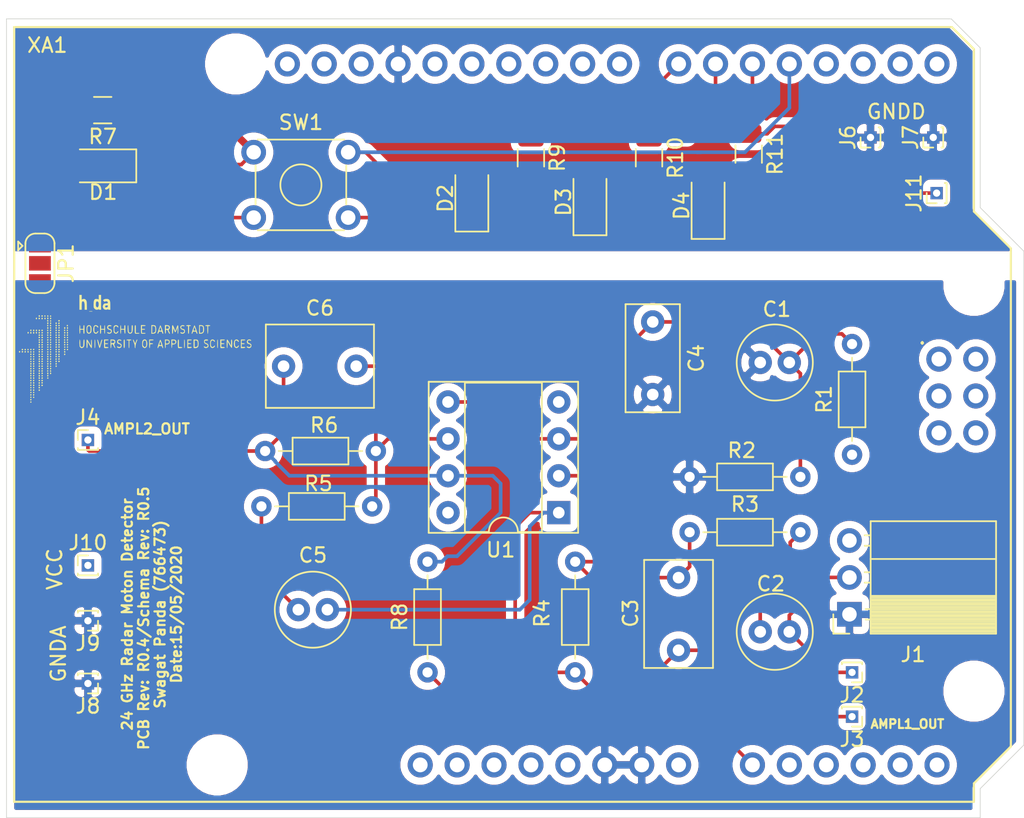
<source format=kicad_pcb>
(kicad_pcb (version 20171130) (host pcbnew "(5.1.5)-3")
  (title_block (title "24GHz Radar Movement Detector") (date 2020-05-12) (rev R0.4) (company "Hochschule Darmstadt") (comment 2 "System Driven hardware Design") (comment 3 "Matrikelnummer: 766473") (comment 4 "Author: Swagat Panda"))
  (layers (0 F.Cu signal) (1 In1.Cu signal) (2 In2.Cu power) (31 B.Cu signal) (34 B.Paste user) (35 F.Paste user) (36 B.SilkS user) (37 F.SilkS user) (38 B.Mask user) (39 F.Mask user) (44 Edge.Cuts user))
  (net 0 "")
  (net 1 GNDA)
  (net 2 "Net-(C1-Pad1)")
  (net 3 /AMPLFR_IN)
  (net 4 "Net-(C2-Pad2)")
  (net 5 "Net-(C3-Pad1)")
  (net 6 "Net-(C3-Pad2)")
  (net 7 "Net-(C5-Pad1)")
  (net 8 "Net-(C6-Pad1)")
  (net 9 "Net-(C6-Pad2)")
  (net 10 "Net-(D1-Pad2)")
  (net 11 GNDD)
  (net 12 "Net-(D2-Pad2)")
  (net 13 "Net-(D3-Pad2)")
  (net 14 "Net-(D4-Pad2)")
  (net 15 VCC)
  (net 16 "Net-(J11-Pad1)")
  (net 17 "Net-(JP1-Pad2)")
  (net 18 "Net-(R8-Pad1)")
  (net 19 "Net-(R9-Pad1)")
  (net 20 "Net-(R10-Pad1)")
  (net 21 "Net-(SW1-Pad2)")
  (net 22 "Net-(XA1-PadMISO)")
  (net 23 "Net-(XA1-PadA5)")
  (net 24 "Net-(XA1-PadA4)")
  (net 25 "Net-(XA1-PadA3)")
  (net 26 "Net-(XA1-PadA2)")
  (net 27 "Net-(XA1-PadA1)")
  (net 28 "Net-(XA1-PadD11)")
  (net 29 "Net-(XA1-PadD12)")
  (net 30 "Net-(XA1-PadD13)")
  (net 31 "Net-(XA1-PadAREF)")
  (net 32 "Net-(XA1-PadSDA)")
  (net 33 "Net-(XA1-PadSCL)")
  (net 34 "Net-(XA1-PadD10)")
  (net 35 "Net-(XA1-PadD9)")
  (net 36 "Net-(XA1-PadD8)")
  (net 37 "Net-(XA1-PadD3)")
  (net 38 "Net-(XA1-PadD2)")
  (net 39 "Net-(XA1-PadD1)")
  (net 40 "Net-(XA1-PadD0)")
  (net 41 "Net-(XA1-PadIORF)")
  (net 42 "Net-(XA1-PadRST1)")
  (net 43 "Net-(XA1-Pad3V3)")
  (net 44 "Net-(XA1-PadVIN)")
  (net 45 "Net-(XA1-Pad5V2)")
  (net 46 "Net-(XA1-PadSCK)")
  (net 47 "Net-(XA1-PadMOSI)")
  (net 48 "Net-(XA1-PadGND4)")
  (net 49 "Net-(XA1-PadRST2)")
  (module Arduino_SDHD:h-DA_LOGO_KIKAD (layer F.Cu) (at 121 89)
    (fp_text reference G*** hide)
    (fp_text value LOGO hide)
  )
  (module Arduino_SDHD:Arduino_Uno_Shield_edit (layer F.Cu) (at 112.52708 119.90832)
    (fp_text reference XA1 (at 2.28092 -52.09032) (layer F.SilkS))
    (fp_text value Arduino_Uno_Shield)
    (fp_text user . (at 62.484 -32.004) (layer F.SilkS))
    (pad MISO thru_hole oval (at 63.627 -30.48) (size 1.7272 1.7272) (drill 1.016) (layers *.Cu *.Mask) (net 22 "Net-(XA1-PadMISO)"))
    (pad A5 thru_hole oval (at 63.5 -2.54) (size 1.7272 1.7272) (drill 1.016) (layers *.Cu *.Mask) (net 23 "Net-(XA1-PadA5)"))
    (pad A4 thru_hole oval (at 60.96 -2.54) (size 1.7272 1.7272) (drill 1.016) (layers *.Cu *.Mask) (net 24 "Net-(XA1-PadA4)"))
    (pad A3 thru_hole oval (at 58.42 -2.54) (size 1.7272 1.7272) (drill 1.016) (layers *.Cu *.Mask) (net 25 "Net-(XA1-PadA3)"))
    (pad A2 thru_hole oval (at 55.88 -2.54) (size 1.7272 1.7272) (drill 1.016) (layers *.Cu *.Mask) (net 26 "Net-(XA1-PadA2)"))
    (pad A1 thru_hole oval (at 53.34 -2.54) (size 1.7272 1.7272) (drill 1.016) (layers *.Cu *.Mask) (net 27 "Net-(XA1-PadA1)"))
    (pad "" thru_hole oval (at 27.94 -2.54) (size 1.7272 1.7272) (drill 1.016) (layers *.Cu *.Mask))
    (pad D11 thru_hole oval (at 34.036 -50.8) (size 1.7272 1.7272) (drill 1.016) (layers *.Cu *.Mask) (net 28 "Net-(XA1-PadD11)"))
    (pad D12 thru_hole oval (at 31.496 -50.8) (size 1.7272 1.7272) (drill 1.016) (layers *.Cu *.Mask) (net 29 "Net-(XA1-PadD12)"))
    (pad D13 thru_hole oval (at 28.956 -50.8) (size 1.7272 1.7272) (drill 1.016) (layers *.Cu *.Mask) (net 30 "Net-(XA1-PadD13)"))
    (pad AREF thru_hole oval (at 23.876 -50.8) (size 1.7272 1.7272) (drill 1.016) (layers *.Cu *.Mask) (net 31 "Net-(XA1-PadAREF)"))
    (pad SDA thru_hole oval (at 21.336 -50.8) (size 1.7272 1.7272) (drill 1.016) (layers *.Cu *.Mask) (net 32 "Net-(XA1-PadSDA)"))
    (pad SCL thru_hole oval (at 18.796 -50.8) (size 1.7272 1.7272) (drill 1.016) (layers *.Cu *.Mask) (net 33 "Net-(XA1-PadSCL)"))
    (pad "" np_thru_hole circle (at 13.97 -2.54) (size 3.2 3.2) (drill 3.2) (layers *.Cu *.Mask))
    (pad "" np_thru_hole circle (at 15.24 -50.8) (size 3.2 3.2) (drill 3.2) (layers *.Cu *.Mask))
    (pad "" np_thru_hole circle (at 66.04 -35.56) (size 3.2 3.2) (drill 3.2) (layers *.Cu *.Mask))
    (pad "" np_thru_hole circle (at 66.04 -7.62) (size 3.2 3.2) (drill 3.2) (layers *.Cu *.Mask))
    (pad D10 thru_hole oval (at 36.576 -50.8) (size 1.7272 1.7272) (drill 1.016) (layers *.Cu *.Mask) (net 34 "Net-(XA1-PadD10)"))
    (pad D9 thru_hole oval (at 39.116 -50.8) (size 1.7272 1.7272) (drill 1.016) (layers *.Cu *.Mask) (net 35 "Net-(XA1-PadD9)"))
    (pad D8 thru_hole oval (at 41.656 -50.8) (size 1.7272 1.7272) (drill 1.016) (layers *.Cu *.Mask) (net 36 "Net-(XA1-PadD8)"))
    (pad GND1 thru_hole oval (at 26.416 -50.8) (size 1.7272 1.7272) (drill 1.016) (layers *.Cu *.Mask) (net 11 GNDD))
    (pad D7 thru_hole oval (at 45.72 -50.8) (size 1.7272 1.7272) (drill 1.016) (layers *.Cu *.Mask) (net 19 "Net-(R9-Pad1)"))
    (pad D6 thru_hole oval (at 48.26 -50.8) (size 1.7272 1.7272) (drill 1.016) (layers *.Cu *.Mask) (net 20 "Net-(R10-Pad1)"))
    (pad D5 thru_hole oval (at 50.8 -50.8) (size 1.7272 1.7272) (drill 1.016) (layers *.Cu *.Mask) (net 16 "Net-(J11-Pad1)"))
    (pad D4 thru_hole oval (at 53.34 -50.8) (size 1.7272 1.7272) (drill 1.016) (layers *.Cu *.Mask) (net 21 "Net-(SW1-Pad2)"))
    (pad D3 thru_hole oval (at 55.88 -50.8) (size 1.7272 1.7272) (drill 1.016) (layers *.Cu *.Mask) (net 37 "Net-(XA1-PadD3)"))
    (pad D2 thru_hole oval (at 58.42 -50.8) (size 1.7272 1.7272) (drill 1.016) (layers *.Cu *.Mask) (net 38 "Net-(XA1-PadD2)"))
    (pad D1 thru_hole oval (at 60.96 -50.8) (size 1.7272 1.7272) (drill 1.016) (layers *.Cu *.Mask) (net 39 "Net-(XA1-PadD1)"))
    (pad D0 thru_hole oval (at 63.5 -50.8) (size 1.7272 1.7272) (drill 1.016) (layers *.Cu *.Mask) (net 40 "Net-(XA1-PadD0)"))
    (pad IORF thru_hole oval (at 30.48 -2.54) (size 1.7272 1.7272) (drill 1.016) (layers *.Cu *.Mask) (net 41 "Net-(XA1-PadIORF)"))
    (pad RST1 thru_hole oval (at 33.02 -2.54) (size 1.7272 1.7272) (drill 1.016) (layers *.Cu *.Mask) (net 42 "Net-(XA1-PadRST1)"))
    (pad 3V3 thru_hole oval (at 35.56 -2.54) (size 1.7272 1.7272) (drill 1.016) (layers *.Cu *.Mask) (net 43 "Net-(XA1-Pad3V3)"))
    (pad 5V1 thru_hole oval (at 38.1 -2.54) (size 1.7272 1.7272) (drill 1.016) (layers *.Cu *.Mask) (net 15 VCC))
    (pad GND2 thru_hole oval (at 40.64 -2.54) (size 1.7272 1.7272) (drill 1.016) (layers *.Cu *.Mask) (net 1 GNDA))
    (pad GND3 thru_hole oval (at 43.18 -2.54) (size 1.7272 1.7272) (drill 1.016) (layers *.Cu *.Mask) (net 1 GNDA))
    (pad VIN thru_hole oval (at 45.72 -2.54) (size 1.7272 1.7272) (drill 1.016) (layers *.Cu *.Mask) (net 44 "Net-(XA1-PadVIN)"))
    (pad A0 thru_hole oval (at 50.8 -2.54) (size 1.7272 1.7272) (drill 1.016) (layers *.Cu *.Mask) (net 18 "Net-(R8-Pad1)"))
    (pad 5V2 thru_hole oval (at 66.167 -30.48) (size 1.7272 1.7272) (drill 1.016) (layers *.Cu *.Mask) (net 45 "Net-(XA1-Pad5V2)"))
    (pad SCK thru_hole oval (at 63.627 -27.94) (size 1.7272 1.7272) (drill 1.016) (layers *.Cu *.Mask) (net 46 "Net-(XA1-PadSCK)"))
    (pad MOSI thru_hole oval (at 66.167 -27.94) (size 1.7272 1.7272) (drill 1.016) (layers *.Cu *.Mask) (net 47 "Net-(XA1-PadMOSI)"))
    (pad GND4 thru_hole oval (at 66.167 -25.4) (size 1.7272 1.7272) (drill 1.016) (layers *.Cu *.Mask) (net 48 "Net-(XA1-PadGND4)"))
    (pad RST2 thru_hole oval (at 63.627 -25.4) (size 1.7272 1.7272) (drill 1.016) (layers *.Cu *.Mask) (net 49 "Net-(XA1-PadRST2)"))
  )
  (module Capacitor_THT:C_Radial_D5.0mm_H11.0mm_P2.00mm (layer F.Cu) (at 165.862 89.662 180)
    (fp_text reference C1 (at 0.862 3.662) (layer F.SilkS))
    (fp_text value 22u)
    (pad 2 thru_hole circle (at 2 0 180) (size 1.6 1.6) (drill 0.8) (layers *.Cu *.Mask) (net 1 GNDA))
    (pad 1 thru_hole circle (at 0 0 180) (size 1.6 1.6) (drill 0.8) (layers *.Cu *.Mask) (net 2 "Net-(C1-Pad1)"))
  )
  (module Capacitor_THT:C_Radial_D5.0mm_H11.0mm_P2.00mm (layer F.Cu) (at 165.862 108.204 180)
    (fp_text reference C2 (at 1.27 3.302) (layer F.SilkS))
    (fp_text value 4.7u)
    (pad 1 thru_hole circle (at 0 0 180) (size 1.6 1.6) (drill 0.8) (layers *.Cu *.Mask) (net 3 /AMPLFR_IN))
    (pad 2 thru_hole circle (at 2 0 180) (size 1.6 1.6) (drill 0.8) (layers *.Cu *.Mask) (net 4 "Net-(C2-Pad2)"))
  )
  (module Capacitor_THT:C_Rect_L7.2mm_W4.5mm_P5.00mm_FKS2_FKP2_MKS2_MKP2 (layer F.Cu) (at 158.242 109.474 90)
    (fp_text reference C3 (at 2.54 -3.302 90) (layer F.SilkS))
    (fp_text value 1.5n)
    (pad 2 thru_hole circle (at 5 0 90) (size 1.6 1.6) (drill 0.8) (layers *.Cu *.Mask) (net 6 "Net-(C3-Pad2)"))
    (pad 1 thru_hole circle (at 0 0 90) (size 1.6 1.6) (drill 0.8) (layers *.Cu *.Mask) (net 5 "Net-(C3-Pad1)"))
  )
  (module Capacitor_THT:C_Rect_L7.2mm_W3.5mm_P5.00mm_FKS2_FKP2_MKS2_MKP2 (layer F.Cu) (at 156.464 86.868 270)
    (fp_text reference C4 (at 2.5 -3 90) (layer F.SilkS))
    (fp_text value 100n)
    (pad 1 thru_hole circle (at 0 0 270) (size 1.6 1.6) (drill 0.8) (layers *.Cu *.Mask) (net 2 "Net-(C1-Pad1)"))
    (pad 2 thru_hole circle (at 5 0 270) (size 1.6 1.6) (drill 0.8) (layers *.Cu *.Mask) (net 1 GNDA))
  )
  (module Capacitor_THT:C_Radial_D5.0mm_H11.0mm_P2.00mm (layer F.Cu) (at 132.08 106.68)
    (fp_text reference C5 (at 1 -3.75) (layer F.SilkS))
    (fp_text value 4.7u)
    (pad 1 thru_hole circle (at 0 0) (size 1.6 1.6) (drill 0.8) (layers *.Cu *.Mask) (net 7 "Net-(C5-Pad1)"))
    (pad 2 thru_hole circle (at 2 0) (size 1.6 1.6) (drill 0.8) (layers *.Cu *.Mask) (net 5 "Net-(C3-Pad1)"))
  )
  (module Capacitor_THT:C_Rect_L7.2mm_W5.5mm_P5.00mm_FKS2_FKP2_MKS2_MKP2 (layer F.Cu) (at 131.064 89.916)
    (fp_text reference C6 (at 2.5 -4) (layer F.SilkS))
    (fp_text value 3.3n)
    (pad 1 thru_hole circle (at 0 0) (size 1.6 1.6) (drill 0.8) (layers *.Cu *.Mask) (net 8 "Net-(C6-Pad1)"))
    (pad 2 thru_hole circle (at 5 0) (size 1.6 1.6) (drill 0.8) (layers *.Cu *.Mask) (net 9 "Net-(C6-Pad2)"))
  )
  (module Diode_SMD:D_1206_3216Metric (layer F.Cu) (at 118.6434 76.1238 180)
    (fp_text reference D1 (at 0 -1.82) (layer F.SilkS))
    (fp_text value LED_POWER)
    (pad 2 smd roundrect (at 1.4 0 180) (size 1.25 1.75) (layers F.Cu F.Paste F.Mask) (roundrect_rratio 0.2) (net 10 "Net-(D1-Pad2)"))
    (pad 1 smd roundrect (at -1.4 0 180) (size 1.25 1.75) (layers F.Cu F.Paste F.Mask) (roundrect_rratio 0.2) (net 11 GNDD))
  )
  (module Diode_SMD:D_1206_3216Metric (layer F.Cu) (at 144.018 78.362 90)
    (fp_text reference D2 (at 0 -1.82 90) (layer F.SilkS))
    (fp_text value GREEN)
    (pad 2 smd roundrect (at 1.4 0 90) (size 1.25 1.75) (layers F.Cu F.Paste F.Mask) (roundrect_rratio 0.2) (net 12 "Net-(D2-Pad2)"))
    (pad 1 smd roundrect (at -1.4 0 90) (size 1.25 1.75) (layers F.Cu F.Paste F.Mask) (roundrect_rratio 0.2) (net 11 GNDD))
  )
  (module Diode_SMD:D_1206_3216Metric (layer F.Cu) (at 152.146 78.616 90)
    (fp_text reference D3 (at 0 -1.82 90) (layer F.SilkS))
    (fp_text value YELLOW)
    (pad 2 smd roundrect (at 1.4 0 90) (size 1.25 1.75) (layers F.Cu F.Paste F.Mask) (roundrect_rratio 0.2) (net 13 "Net-(D3-Pad2)"))
    (pad 1 smd roundrect (at -1.4 0 90) (size 1.25 1.75) (layers F.Cu F.Paste F.Mask) (roundrect_rratio 0.2) (net 11 GNDD))
  )
  (module Diode_SMD:D_1206_3216Metric (layer F.Cu) (at 160.274 78.87 90)
    (fp_text reference D4 (at 0 -1.82 90) (layer F.SilkS))
    (fp_text value RED)
    (pad 1 smd roundrect (at -1.4 0 90) (size 1.25 1.75) (layers F.Cu F.Paste F.Mask) (roundrect_rratio 0.2) (net 11 GNDD))
    (pad 2 smd roundrect (at 1.4 0 90) (size 1.25 1.75) (layers F.Cu F.Paste F.Mask) (roundrect_rratio 0.2) (net 14 "Net-(D4-Pad2)"))
  )
  (module Connector_PinHeader_1.00mm:PinHeader_1x01_P1.00mm_Vertical (layer F.Cu) (at 170.18 110.998 180)
    (fp_text reference J2 (at 0 -1.56) (layer F.SilkS))
    (fp_text value TEST_AMPLIN)
    (pad 1 thru_hole rect (at 0 0 180) (size 0.85 0.85) (drill 0.5) (layers *.Cu *.Mask) (net 3 /AMPLFR_IN))
  )
  (module Connector_PinHeader_1.00mm:PinHeader_1x01_P1.00mm_Vertical (layer F.Cu) (at 170.18 114.046 180)
    (fp_text reference J3 (at 0 -1.56) (layer F.SilkS))
    (fp_text value TEST_AMPL1_OUT)
    (pad 1 thru_hole rect (at 0 0 180) (size 0.85 0.85) (drill 0.5) (layers *.Cu *.Mask) (net 5 "Net-(C3-Pad1)"))
  )
  (module Connector_PinHeader_1.00mm:PinHeader_1x01_P1.00mm_Vertical (layer F.Cu) (at 117.602 94.996)
    (fp_text reference J4 (at 0 -1.56) (layer F.SilkS))
    (fp_text value TEST_AMPL2_OUT)
    (pad 1 thru_hole rect (at 0 0) (size 0.85 0.85) (drill 0.5) (layers *.Cu *.Mask) (net 8 "Net-(C6-Pad1)"))
  )
  (module Connector_PinHeader_1.00mm:PinHeader_1x01_P1.00mm_Vertical (layer F.Cu) (at 171.45 74.168 90)
    (fp_text reference J6 (at 0 -1.56 90) (layer F.SilkS))
    (fp_text value TEST_GNDD)
    (pad 1 thru_hole rect (at 0 0 90) (size 0.85 0.85) (drill 0.5) (layers *.Cu *.Mask) (net 11 GNDD))
  )
  (module Connector_PinHeader_1.00mm:PinHeader_1x01_P1.00mm_Vertical (layer F.Cu) (at 175.768 74.168 90)
    (fp_text reference J7 (at 0 -1.56 90) (layer F.SilkS))
    (fp_text value TEST_GNDD)
    (pad 1 thru_hole rect (at 0 0 90) (size 0.85 0.85) (drill 0.5) (layers *.Cu *.Mask) (net 11 GNDD))
  )
  (module Connector_PinHeader_1.00mm:PinHeader_1x01_P1.00mm_Vertical (layer F.Cu) (at 117.602 111.76 180)
    (fp_text reference J8 (at 0 -1.56) (layer F.SilkS))
    (fp_text value TEST_GNDA)
    (pad 1 thru_hole rect (at 0 0 180) (size 0.85 0.85) (drill 0.5) (layers *.Cu *.Mask) (net 1 GNDA))
  )
  (module Connector_PinHeader_1.00mm:PinHeader_1x01_P1.00mm_Vertical (layer F.Cu) (at 117.602 107.442 180)
    (fp_text reference J9 (at 0 -1.56) (layer F.SilkS))
    (fp_text value TEST_GNDA)
    (pad 1 thru_hole rect (at 0 0 180) (size 0.85 0.85) (drill 0.5) (layers *.Cu *.Mask) (net 1 GNDA))
  )
  (module Connector_PinHeader_1.00mm:PinHeader_1x01_P1.00mm_Vertical (layer F.Cu) (at 117.602 103.632)
    (fp_text reference J10 (at 0 -1.56) (layer F.SilkS))
    (fp_text value TEST_VCC)
    (pad 1 thru_hole rect (at 0 0) (size 0.85 0.85) (drill 0.5) (layers *.Cu *.Mask) (net 15 VCC))
  )
  (module Connector_PinHeader_1.00mm:PinHeader_1x01_P1.00mm_Vertical (layer F.Cu) (at 176 78 90)
    (fp_text reference J11 (at 0 -1.56 90) (layer F.SilkS))
    (fp_text value TEST_OUT)
    (pad 1 thru_hole rect (at 0 0 90) (size 0.85 0.85) (drill 0.5) (layers *.Cu *.Mask) (net 16 "Net-(J11-Pad1)"))
  )
  (module Jumper:SolderJumper-3_P1.3mm_Open_RoundedPad1.0x1.5mm (layer F.Cu) (at 114.3 82.834 270)
    (fp_text reference JP1 (at 0 -1.8 90) (layer F.SilkS))
    (fp_text value "GND STAR POINT")
    (pad 1 smd custom (at -1.3 0 270) (size 1 0.5) (layers F.Cu F.Mask) (net 11 GNDD) (options (clearance outline) (anchor rect)) (primitives (gr_circle (center 0 0.25) (end 0.5 0.25) (width 0)) (gr_circle (center 0 -0.25) (end 0.5 -0.25) (width 0)) (gr_poly (pts (xy 0.55 -0.75) (xy 0 -0.75) (xy 0 0.75) (xy 0.55 0.75)) (width 0))))
    (pad 3 smd custom (at 1.3 0 270) (size 1 0.5) (layers F.Cu F.Mask) (net 1 GNDA) (options (clearance outline) (anchor rect)) (primitives (gr_circle (center 0 0.25) (end 0.5 0.25) (width 0)) (gr_circle (center 0 -0.25) (end 0.5 -0.25) (width 0)) (gr_poly (pts (xy -0.55 -0.75) (xy 0 -0.75) (xy 0 0.75) (xy -0.55 0.75)) (width 0))))
    (pad 2 smd rect (at 0 0 270) (size 1 1.5) (layers F.Cu F.Mask) (net 17 "Net-(JP1-Pad2)"))
  )
  (module Resistor_THT:R_Axial_DIN0204_L3.6mm_D1.6mm_P7.62mm_Horizontal (layer F.Cu) (at 170.18 96.012 90)
    (fp_text reference R1 (at 3.81 -1.92 90) (layer F.SilkS))
    (fp_text value 1k)
    (pad 1 thru_hole circle (at 0 0 90) (size 1.4 1.4) (drill 0.7) (layers *.Cu *.Mask) (net 15 VCC))
    (pad 2 thru_hole oval (at 7.62 0 90) (size 1.4 1.4) (drill 0.7) (layers *.Cu *.Mask) (net 2 "Net-(C1-Pad1)"))
  )
  (module Resistor_THT:R_Axial_DIN0204_L3.6mm_D1.6mm_P7.62mm_Horizontal (layer F.Cu) (at 166.624 97.536 180)
    (fp_text reference R2 (at 4.03606 1.81864) (layer F.SilkS))
    (fp_text value 1k)
    (pad 2 thru_hole oval (at 7.62 0 180) (size 1.4 1.4) (drill 0.7) (layers *.Cu *.Mask) (net 1 GNDA))
    (pad 1 thru_hole circle (at 0 0 180) (size 1.4 1.4) (drill 0.7) (layers *.Cu *.Mask) (net 2 "Net-(C1-Pad1)"))
  )
  (module Resistor_THT:R_Axial_DIN0204_L3.6mm_D1.6mm_P7.62mm_Horizontal (layer F.Cu) (at 159.004 101.346)
    (fp_text reference R3 (at 3.81 -1.92) (layer F.SilkS))
    (fp_text value 2.2k)
    (pad 2 thru_hole oval (at 7.62 0) (size 1.4 1.4) (drill 0.7) (layers *.Cu *.Mask) (net 4 "Net-(C2-Pad2)"))
    (pad 1 thru_hole circle (at 0 0) (size 1.4 1.4) (drill 0.7) (layers *.Cu *.Mask) (net 6 "Net-(C3-Pad2)"))
  )
  (module Resistor_THT:R_Axial_DIN0204_L3.6mm_D1.6mm_P7.62mm_Horizontal (layer F.Cu) (at 151.13 110.998 90)
    (fp_text reference R4 (at 4.064 -2.286 90) (layer F.SilkS))
    (fp_text value 220k)
    (pad 2 thru_hole oval (at 7.62 0 90) (size 1.4 1.4) (drill 0.7) (layers *.Cu *.Mask) (net 6 "Net-(C3-Pad2)"))
    (pad 1 thru_hole circle (at 0 0 90) (size 1.4 1.4) (drill 0.7) (layers *.Cu *.Mask) (net 5 "Net-(C3-Pad1)"))
  )
  (module Resistor_THT:R_Axial_DIN0204_L3.6mm_D1.6mm_P7.62mm_Horizontal (layer F.Cu) (at 137.16 99.568 180)
    (fp_text reference R5 (at 3.69824 1.568) (layer F.SilkS))
    (fp_text value 2.2k)
    (pad 1 thru_hole circle (at 0 0 180) (size 1.4 1.4) (drill 0.7) (layers *.Cu *.Mask) (net 9 "Net-(C6-Pad2)"))
    (pad 2 thru_hole oval (at 7.62 0 180) (size 1.4 1.4) (drill 0.7) (layers *.Cu *.Mask) (net 7 "Net-(C5-Pad1)"))
  )
  (module Resistor_THT:R_Axial_DIN0204_L3.6mm_D1.6mm_P7.62mm_Horizontal (layer F.Cu) (at 129.794 95.758)
    (fp_text reference R6 (at 4.064 -1.778) (layer F.SilkS))
    (fp_text value 100k)
    (pad 1 thru_hole circle (at 0 0) (size 1.4 1.4) (drill 0.7) (layers *.Cu *.Mask) (net 8 "Net-(C6-Pad1)"))
    (pad 2 thru_hole oval (at 7.62 0) (size 1.4 1.4) (drill 0.7) (layers *.Cu *.Mask) (net 9 "Net-(C6-Pad2)"))
  )
  (module Resistor_SMD:R_1206_3216Metric (layer F.Cu) (at 118.618 72.2884 180)
    (fp_text reference R7 (at 0 -1.82) (layer F.SilkS))
    (fp_text value 220)
    (pad 1 smd roundrect (at -1.4 0 180) (size 1.25 1.75) (layers F.Cu F.Paste F.Mask) (roundrect_rratio 0.2) (net 15 VCC))
    (pad 2 smd roundrect (at 1.4 0 180) (size 1.25 1.75) (layers F.Cu F.Paste F.Mask) (roundrect_rratio 0.2) (net 10 "Net-(D1-Pad2)"))
  )
  (module Resistor_THT:R_Axial_DIN0204_L3.6mm_D1.6mm_P7.62mm_Horizontal (layer F.Cu) (at 140.97 110.998 90)
    (fp_text reference R8 (at 3.81 -1.92 90) (layer F.SilkS))
    (fp_text value 100)
    (pad 1 thru_hole circle (at 0 0 90) (size 1.4 1.4) (drill 0.7) (layers *.Cu *.Mask) (net 18 "Net-(R8-Pad1)"))
    (pad 2 thru_hole oval (at 7.62 0 90) (size 1.4 1.4) (drill 0.7) (layers *.Cu *.Mask) (net 8 "Net-(C6-Pad1)"))
  )
  (module Resistor_SMD:R_1206_3216Metric (layer F.Cu) (at 148.082 75.568 270)
    (fp_text reference R9 (at 0 -1.82 90) (layer F.SilkS))
    (fp_text value 220)
    (pad 2 smd roundrect (at 1.4 0 270) (size 1.25 1.75) (layers F.Cu F.Paste F.Mask) (roundrect_rratio 0.2) (net 12 "Net-(D2-Pad2)"))
    (pad 1 smd roundrect (at -1.4 0 270) (size 1.25 1.75) (layers F.Cu F.Paste F.Mask) (roundrect_rratio 0.2) (net 19 "Net-(R9-Pad1)"))
  )
  (module Resistor_SMD:R_1206_3216Metric (layer F.Cu) (at 156.21 75.568 270)
    (fp_text reference R10 (at 0 -1.82 90) (layer F.SilkS))
    (fp_text value 220)
    (pad 1 smd roundrect (at -1.4 0 270) (size 1.25 1.75) (layers F.Cu F.Paste F.Mask) (roundrect_rratio 0.2) (net 20 "Net-(R10-Pad1)"))
    (pad 2 smd roundrect (at 1.4 0 270) (size 1.25 1.75) (layers F.Cu F.Paste F.Mask) (roundrect_rratio 0.2) (net 13 "Net-(D3-Pad2)"))
  )
  (module Resistor_SMD:R_1206_3216Metric (layer F.Cu) (at 163.068 75.314 270)
    (fp_text reference R11 (at 0 -1.82 90) (layer F.SilkS))
    (fp_text value 220)
    (pad 2 smd roundrect (at 1.4 0 270) (size 1.25 1.75) (layers F.Cu F.Paste F.Mask) (roundrect_rratio 0.2) (net 14 "Net-(D4-Pad2)"))
    (pad 1 smd roundrect (at -1.4 0 270) (size 1.25 1.75) (layers F.Cu F.Paste F.Mask) (roundrect_rratio 0.2) (net 16 "Net-(J11-Pad1)"))
  )
  (module Button_Switch_THT:SW_TH_Tactile_Omron_B3F-10xx (layer F.Cu) (at 129.0066 75.184)
    (fp_text reference SW1 (at 3.25 -2.05) (layer F.SilkS))
    (fp_text value switch)
    (pad 4 thru_hole circle (at 6.5 4.5) (size 1.7 1.7) (drill 1) (layers *.Cu *.Mask) (net 21 "Net-(SW1-Pad2)"))
    (pad 3 thru_hole circle (at 0 4.5) (size 1.7 1.7) (drill 1) (layers *.Cu *.Mask) (net 15 VCC))
    (pad 2 thru_hole circle (at 6.5 0) (size 1.7 1.7) (drill 1) (layers *.Cu *.Mask) (net 21 "Net-(SW1-Pad2)"))
    (pad 1 thru_hole circle (at 0 0) (size 1.7 1.7) (drill 1) (layers *.Cu *.Mask) (net 15 VCC))
  )
  (module Package_DIP:DIP-8_W7.62mm_Socket (layer F.Cu) (at 150 100 180)
    (fp_text reference U1 (at 4 -2.5654) (layer F.SilkS))
    (fp_text value LMV358)
    (pad 1 thru_hole rect (at 0 0 180) (size 1.6 1.6) (drill 0.8) (layers *.Cu *.Mask) (net 5 "Net-(C3-Pad1)"))
    (pad 5 thru_hole oval (at 7.62 7.62 180) (size 1.6 1.6) (drill 0.8) (layers *.Cu *.Mask) (net 2 "Net-(C1-Pad1)"))
    (pad 2 thru_hole oval (at 0 2.54 180) (size 1.6 1.6) (drill 0.8) (layers *.Cu *.Mask) (net 6 "Net-(C3-Pad2)"))
    (pad 6 thru_hole oval (at 7.62 5.08 180) (size 1.6 1.6) (drill 0.8) (layers *.Cu *.Mask) (net 9 "Net-(C6-Pad2)"))
    (pad 3 thru_hole oval (at 0 5.08 180) (size 1.6 1.6) (drill 0.8) (layers *.Cu *.Mask) (net 2 "Net-(C1-Pad1)"))
    (pad 7 thru_hole oval (at 7.62 2.54 180) (size 1.6 1.6) (drill 0.8) (layers *.Cu *.Mask) (net 8 "Net-(C6-Pad1)"))
    (pad 4 thru_hole oval (at 0 7.62 180) (size 1.6 1.6) (drill 0.8) (layers *.Cu *.Mask))
    (pad 8 thru_hole oval (at 7.62 0 180) (size 1.6 1.6) (drill 0.8) (layers *.Cu *.Mask))
  )
  (module Connector_PinSocket_2.54mm:PinSocket_1x03_P2.54mm_Horizontal (layer F.Cu) (at 170 107 180)
    (fp_text reference J1 (at -4.38 -2.77) (layer F.SilkS))
    (fp_text value IPM-165-Radar)
    (pad 1 thru_hole rect (at 0 0 180) (size 1.7 1.7) (drill 1) (layers *.Cu *.Mask) (net 1 GNDA))
    (pad 2 thru_hole oval (at 0 2.54 180) (size 1.7 1.7) (drill 1) (layers *.Cu *.Mask) (net 3 /AMPLFR_IN))
    (pad 3 thru_hole oval (at 0 5.08 180) (size 1.7 1.7) (drill 1) (layers *.Cu *.Mask) (net 15 VCC))
  )
  (gr_text AMPL1_OUT (at 173.99 114.554) (layer F.SilkS) (effects (font (size 0.6 0.6))))
  (gr_text GNDD (at 173.228 72.39) (layer F.SilkS) (effects (font (size 1 1))))
  (gr_text VCC (at 115.316 103.886 90) (layer F.SilkS) (effects (font (size 1 1))))
  (gr_text "GNDA\n" (at 115.57 109.728 90) (layer F.SilkS) (effects (font (size 1 1))))
  (gr_text AMPL2_OUT (at 121.666 94.234) (layer F.SilkS) (effects (font (size 0.7 0.7))))
  (gr_text "24 GHz Radar Moton Detector\nPCB Rev: R0.4/Schema Rev: R0.5 \nSwagat Panda (766473)\nDate:15/05/2020" (at 122 107 90) (layer F.SilkS) (effects (font (size 0.7 0.7))))
  (gr_line (start 112 121) (end 179 121) (layer Edge.Cuts) (width 0.05))
  (gr_line (start 112 66) (end 112 121) (layer Edge.Cuts) (width 0.05))
  (gr_line (start 179 119) (end 179 121) (layer Edge.Cuts) (width 0.05))
  (gr_line (start 182 116) (end 179 119) (layer Edge.Cuts) (width 0.05))
  (gr_line (start 182 82) (end 182 116) (layer Edge.Cuts) (width 0.05))
  (gr_line (start 179 79) (end 182 82) (layer Edge.Cuts) (width 0.05))
  (gr_line (start 179 68) (end 179 79) (layer Edge.Cuts) (width 0.05))
  (gr_line (start 177 66) (end 179 68) (layer Edge.Cuts) (width 0.05))
  (gr_line (start 112 66) (end 177 66) (layer Edge.Cuts) (width 0.05))
  (segment (start 166.661999 88.862001) (end 165.862 89.662) (width 0.25) (layer F.Cu) (net 2))
  (segment (start 167.831999 87.692001) (end 166.661999 88.862001) (width 0.25) (layer F.Cu) (net 2))
  (segment (start 169.480001 87.692001) (end 167.831999 87.692001) (width 0.25) (layer F.Cu) (net 2))
  (segment (start 170.18 88.392) (end 169.480001 87.692001) (width 0.25) (layer F.Cu) (net 2))
  (segment (start 166.624 90.424) (end 165.862 89.662) (width 0.25) (layer F.Cu) (net 2))
  (segment (start 166.624 97.536) (end 166.624 90.424) (width 0.25) (layer F.Cu) (net 2))
  (segment (start 156.464 86.868) (end 163.868 86.868) (width 0.25) (layer F.Cu) (net 2))
  (segment (start 163.868 87.668) (end 165.862 89.662) (width 0.25) (layer F.Cu) (net 2))
  (segment (start 163.868 86.868) (end 163.868 87.668) (width 0.25) (layer F.Cu) (net 2))
  (segment (start 142.38 92.38) (end 145.212 92.38) (width 0.25) (layer F.Cu) (net 2))
  (segment (start 145.212 92.38) (end 146.05 93.218) (width 0.25) (layer F.Cu) (net 2))
  (segment (start 146.05 93.218) (end 146.05 94.488) (width 0.25) (layer F.Cu) (net 2))
  (segment (start 146.482 94.92) (end 150 94.92) (width 0.25) (layer F.Cu) (net 2))
  (segment (start 146.05 94.488) (end 146.482 94.92) (width 0.25) (layer F.Cu) (net 2))
  (segment (start 153 93.634) (end 151.714 94.92) (width 0.25) (layer F.Cu) (net 2))
  (segment (start 156.464 86.868) (end 153 90.332) (width 0.25) (layer F.Cu) (net 2))
  (segment (start 151.714 94.92) (end 150 94.92) (width 0.25) (layer F.Cu) (net 2))
  (segment (start 153 90.332) (end 153 93.634) (width 0.25) (layer F.Cu) (net 2))
  (segment (start 168.47463 104.46) (end 170 104.46) (width 0.25) (layer F.Cu) (net 3))
  (segment (start 165.862 108.204) (end 165.862 107.07263) (width 0.25) (layer F.Cu) (net 3))
  (segment (start 165.862 107.07263) (end 168.47463 104.46) (width 0.25) (layer F.Cu) (net 3))
  (segment (start 168.656 110.998) (end 170.18 110.998) (width 0.25) (layer F.Cu) (net 3))
  (segment (start 165.862 108.204) (end 168.656 110.998) (width 0.25) (layer F.Cu) (net 3))
  (segment (start 165.924001 102.045999) (end 165.924001 103.075999) (width 0.25) (layer F.Cu) (net 4))
  (segment (start 166.624 101.346) (end 165.924001 102.045999) (width 0.25) (layer F.Cu) (net 4))
  (segment (start 163.862 105.138) (end 163.862 108.204) (width 0.25) (layer F.Cu) (net 4))
  (segment (start 165.924001 103.075999) (end 163.862 105.138) (width 0.25) (layer F.Cu) (net 4))
  (segment (start 158.242 109.474) (end 155.716 112) (width 0.25) (layer F.Cu) (net 5))
  (segment (start 152.132 112) (end 151.13 110.998) (width 0.25) (layer F.Cu) (net 5))
  (segment (start 155.716 112) (end 152.132 112) (width 0.25) (layer F.Cu) (net 5))
  (segment (start 165.046 114.046) (end 170.18 114.046) (width 0.25) (layer F.Cu) (net 5))
  (segment (start 158.242 109.474) (end 160.474 109.474) (width 0.25) (layer F.Cu) (net 5))
  (segment (start 160.474 109.474) (end 165.046 114.046) (width 0.25) (layer F.Cu) (net 5))
  (segment (start 148 100) (end 150 100) (width 0.25) (layer F.Cu) (net 5))
  (segment (start 147 101) (end 148 100) (width 0.25) (layer F.Cu) (net 5))
  (segment (start 147 109) (end 147 101) (width 0.25) (layer F.Cu) (net 5))
  (segment (start 151.13 110.998) (end 148.998 110.998) (width 0.25) (layer F.Cu) (net 5))
  (segment (start 148.998 110.998) (end 147 109) (width 0.25) (layer F.Cu) (net 5))
  (segment (start 148.95 100) (end 150 100) (width 0.25) (layer B.Cu) (net 5))
  (segment (start 148 100.95) (end 148.95 100) (width 0.25) (layer B.Cu) (net 5))
  (segment (start 148 106) (end 148 100.95) (width 0.25) (layer B.Cu) (net 5))
  (segment (start 147.32 106.68) (end 148 106) (width 0.25) (layer B.Cu) (net 5))
  (segment (start 134.08 106.68) (end 147.32 106.68) (width 0.25) (layer B.Cu) (net 5))
  (segment (start 159.004 103.712) (end 158.242 104.474) (width 0.25) (layer F.Cu) (net 6))
  (segment (start 159.004 101.346) (end 159.004 103.712) (width 0.25) (layer F.Cu) (net 6))
  (segment (start 152.226 104.474) (end 151.13 103.378) (width 0.25) (layer F.Cu) (net 6))
  (segment (start 158.242 104.474) (end 152.226 104.474) (width 0.25) (layer F.Cu) (net 6))
  (segment (start 153.46 97.46) (end 150 97.46) (width 0.25) (layer F.Cu) (net 6))
  (segment (start 154 102) (end 154 98) (width 0.25) (layer F.Cu) (net 6))
  (segment (start 151.13 103.378) (end 152.622 103.378) (width 0.25) (layer F.Cu) (net 6))
  (segment (start 154 98) (end 153.46 97.46) (width 0.25) (layer F.Cu) (net 6))
  (segment (start 152.622 103.378) (end 154 102) (width 0.25) (layer F.Cu) (net 6))
  (segment (start 129.54 104.14) (end 132.08 106.68) (width 0.25) (layer F.Cu) (net 7))
  (segment (start 129.54 99.568) (end 129.54 104.14) (width 0.25) (layer F.Cu) (net 7))
  (segment (start 131.064 94.488) (end 129.794 95.758) (width 0.25) (layer F.Cu) (net 8))
  (segment (start 131.064 89.916) (end 131.064 94.488) (width 0.25) (layer F.Cu) (net 8))
  (segment (start 117.602 95.671) (end 117.602 94.996) (width 0.25) (layer F.Cu) (net 8))
  (segment (start 117.689 95.758) (end 117.602 95.671) (width 0.25) (layer F.Cu) (net 8))
  (segment (start 129.794 95.758) (end 117.689 95.758) (width 0.25) (layer F.Cu) (net 8))
  (segment (start 130.493999 96.457999) (end 130.493999 96.493999) (width 0.25) (layer B.Cu) (net 8))
  (segment (start 129.794 95.758) (end 130.493999 96.457999) (width 0.25) (layer B.Cu) (net 8))
  (segment (start 131.46 97.46) (end 142.38 97.46) (width 0.25) (layer B.Cu) (net 8))
  (segment (start 130.493999 96.493999) (end 131.46 97.46) (width 0.25) (layer B.Cu) (net 8))
  (segment (start 141.959949 103.378) (end 142.337949 103) (width 0.25) (layer B.Cu) (net 8))
  (segment (start 140.97 103.378) (end 141.959949 103.378) (width 0.25) (layer B.Cu) (net 8))
  (segment (start 142.337949 103) (end 143 103) (width 0.25) (layer B.Cu) (net 8))
  (segment (start 143 103) (end 146 100) (width 0.25) (layer B.Cu) (net 8))
  (segment (start 146 100) (end 146 98) (width 0.25) (layer B.Cu) (net 8))
  (segment (start 145.46 97.46) (end 142.38 97.46) (width 0.25) (layer B.Cu) (net 8))
  (segment (start 146 98) (end 145.46 97.46) (width 0.25) (layer B.Cu) (net 8))
  (segment (start 136.064 89.916) (end 137.916 89.916) (width 0.25) (layer F.Cu) (net 9))
  (segment (start 137.916 89.916) (end 137.916 93.916) (width 0.25) (layer F.Cu) (net 9))
  (segment (start 137.414 94.418) (end 137.414 95.758) (width 0.25) (layer F.Cu) (net 9))
  (segment (start 137.916 93.916) (end 137.414 94.418) (width 0.25) (layer F.Cu) (net 9))
  (segment (start 138.252 94.92) (end 142.38 94.92) (width 0.25) (layer F.Cu) (net 9))
  (segment (start 137.414 95.758) (end 138.252 94.92) (width 0.25) (layer F.Cu) (net 9))
  (segment (start 137.414 99.314) (end 137.16 99.568) (width 0.25) (layer F.Cu) (net 9))
  (segment (start 137.414 95.758) (end 137.414 99.314) (width 0.25) (layer F.Cu) (net 9))
  (segment (start 117.218 76.0984) (end 117.2434 76.1238) (width 0.5) (layer F.Cu) (net 10))
  (segment (start 117.218 72.2884) (end 117.218 76.0984) (width 0.5) (layer F.Cu) (net 10))
  (segment (start 144.024 76.968) (end 144.018 76.962) (width 0.25) (layer F.Cu) (net 12))
  (segment (start 148.082 76.968) (end 144.024 76.968) (width 0.25) (layer F.Cu) (net 12))
  (segment (start 152.394 76.968) (end 152.146 77.216) (width 0.25) (layer F.Cu) (net 13))
  (segment (start 156.21 76.968) (end 152.394 76.968) (width 0.25) (layer F.Cu) (net 13))
  (segment (start 160.405 76.714) (end 160.274 76.845) (width 0.25) (layer F.Cu) (net 14))
  (segment (start 160.274 76.845) (end 160.274 77.47) (width 0.25) (layer F.Cu) (net 14))
  (segment (start 163.068 76.714) (end 160.405 76.714) (width 0.25) (layer F.Cu) (net 14))
  (segment (start 126.111 72.2884) (end 120.018 72.2884) (width 0.5) (layer F.Cu) (net 15))
  (segment (start 129.0066 75.184) (end 126.111 72.2884) (width 0.5) (layer F.Cu) (net 15))
  (segment (start 128.156601 76.033999) (end 127.033999 76.033999) (width 0.25) (layer F.Cu) (net 15))
  (segment (start 129.0066 75.184) (end 128.156601 76.033999) (width 0.25) (layer F.Cu) (net 15))
  (segment (start 127.033999 76.033999) (end 126 77.067998) (width 0.25) (layer F.Cu) (net 15))
  (segment (start 126 77.067998) (end 126 79) (width 0.25) (layer F.Cu) (net 15))
  (segment (start 126.684 79.684) (end 129.0066 79.684) (width 0.25) (layer F.Cu) (net 15))
  (segment (start 126 79) (end 126.684 79.684) (width 0.25) (layer F.Cu) (net 15))
  (segment (start 163.32708 73.65492) (end 163.068 73.914) (width 0.25) (layer F.Cu) (net 16))
  (segment (start 163.32708 69.10832) (end 163.32708 73.65492) (width 0.25) (layer F.Cu) (net 16))
  (segment (start 168.932 78) (end 168.932 73.936) (width 0.25) (layer F.Cu) (net 16))
  (segment (start 176 78) (end 168.932 78) (width 0.25) (layer F.Cu) (net 16))
  (segment (start 164.338 73.914) (end 163.068 73.914) (width 0.25) (layer F.Cu) (net 16))
  (segment (start 168.402 73.406) (end 164.846 73.406) (width 0.25) (layer F.Cu) (net 16))
  (segment (start 168.932 73.936) (end 168.402 73.406) (width 0.25) (layer F.Cu) (net 16))
  (segment (start 164.846 73.406) (end 164.338 73.914) (width 0.25) (layer F.Cu) (net 16))
  (segment (start 163.32708 116.89588) (end 163.32708 117.36832) (width 0.25) (layer F.Cu) (net 18))
  (segment (start 160.95876 115) (end 163.32708 117.36832) (width 0.25) (layer F.Cu) (net 18))
  (segment (start 140.97 110.998) (end 144.972 115) (width 0.25) (layer F.Cu) (net 18))
  (segment (start 144.972 115) (end 160.95876 115) (width 0.25) (layer F.Cu) (net 18))
  (segment (start 148.082 74.168) (end 148.082 72.918) (width 0.25) (layer F.Cu) (net 19))
  (segment (start 148.082 72.918) (end 149 72) (width 0.25) (layer F.Cu) (net 19))
  (segment (start 149 72) (end 155.3554 72) (width 0.25) (layer F.Cu) (net 19))
  (segment (start 155.3554 72) (end 158.24708 69.10832) (width 0.25) (layer F.Cu) (net 19))
  (segment (start 156.21 74.168) (end 158.832 74.168) (width 0.25) (layer F.Cu) (net 20))
  (segment (start 160.78708 72.21292) (end 160.78708 69.10832) (width 0.25) (layer F.Cu) (net 20))
  (segment (start 158.832 74.168) (end 160.78708 72.21292) (width 0.25) (layer F.Cu) (net 20))
  (segment (start 136.708681 75.184) (end 138 76.475319) (width 0.25) (layer F.Cu) (net 21))
  (segment (start 135.5066 75.184) (end 136.708681 75.184) (width 0.25) (layer F.Cu) (net 21))
  (segment (start 138 76.475319) (end 138 79) (width 0.25) (layer F.Cu) (net 21))
  (segment (start 137.316 79.684) (end 135.5066 79.684) (width 0.25) (layer F.Cu) (net 21))
  (segment (start 138 79) (end 137.316 79.684) (width 0.25) (layer F.Cu) (net 21))
  (segment (start 159.512 75.184) (end 159.7914 75.184) (width 0.25) (layer B.Cu) (net 21))
  (segment (start 135.5066 75.184) (end 159.512 75.184) (width 0.25) (layer B.Cu) (net 21))
  (segment (start 165.86708 72.13092) (end 165.86708 69.10832) (width 0.25) (layer B.Cu) (net 21))
  (segment (start 159.512 75.184) (end 162.814 75.184) (width 0.25) (layer B.Cu) (net 21))
  (segment (start 162.814 75.184) (end 165.86708 72.13092) (width 0.25) (layer B.Cu) (net 21))
  (zone (net 11) (net_name GNDD) (layer B.Cu) (connect_pads (clearance 0.508)) (min_thickness 0.254) (fill yes (arc_segments 32) (thermal_gap 0.508) (thermal_bridge_width 0.508))
    (polygon (pts (xy 179 68) (xy 179 79) (xy 182 82) (xy 112 82) (xy 112 66) (xy 177 66)))
  )
  (zone (net 1) (net_name GNDA) (layer B.Cu) (connect_pads (clearance 0.508)) (min_thickness 0.254) (fill yes (arc_segments 32) (thermal_gap 0.508) (thermal_bridge_width 0.508))
    (polygon (pts (xy 182 116) (xy 179 119) (xy 179 121) (xy 112 121) (xy 112 99) (xy 112 84) (xy 182 84)))
  )
  (zone (net 11) (net_name GNDD) (layer F.Cu) (connect_pads (clearance 0.508)) (min_thickness 0.254) (fill yes (arc_segments 32) (thermal_gap 0.508) (thermal_bridge_width 0.508))
    (polygon (pts (xy 179 68) (xy 179 79) (xy 182 82) (xy 112 82) (xy 112 66) (xy 177 66)))
  )
  (zone (net 1) (net_name GNDA) (layer F.Cu) (connect_pads (clearance 0.508)) (min_thickness 0.254) (fill yes (arc_segments 32) (thermal_gap 0.508) (thermal_bridge_width 0.508))
    (polygon (pts (xy 182 116) (xy 179 119) (xy 179 121) (xy 112 121) (xy 112 84) (xy 182 84)))
  )
)
</source>
